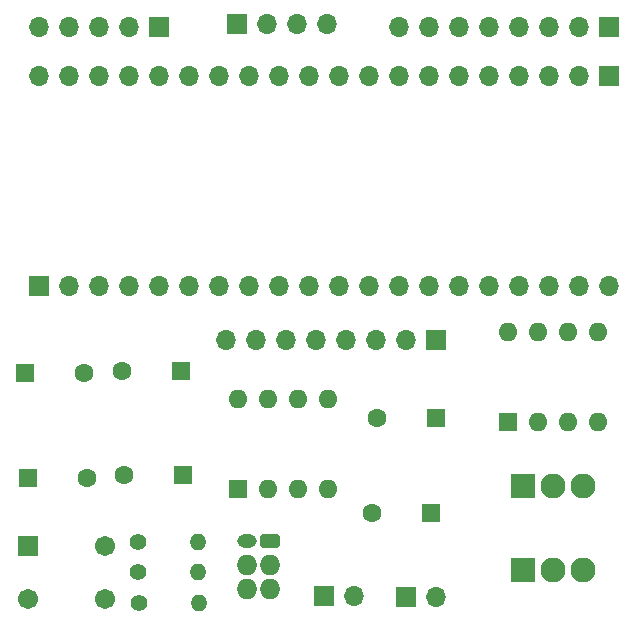
<source format=gbr>
%TF.GenerationSoftware,KiCad,Pcbnew,7.0.7*%
%TF.CreationDate,2023-11-13T10:05:51-05:00*%
%TF.ProjectId,Capstone-board-car,43617073-746f-46e6-952d-626f6172642d,rev?*%
%TF.SameCoordinates,Original*%
%TF.FileFunction,Soldermask,Top*%
%TF.FilePolarity,Negative*%
%FSLAX46Y46*%
G04 Gerber Fmt 4.6, Leading zero omitted, Abs format (unit mm)*
G04 Created by KiCad (PCBNEW 7.0.7) date 2023-11-13 10:05:51*
%MOMM*%
%LPD*%
G01*
G04 APERTURE LIST*
G04 Aperture macros list*
%AMRoundRect*
0 Rectangle with rounded corners*
0 $1 Rounding radius*
0 $2 $3 $4 $5 $6 $7 $8 $9 X,Y pos of 4 corners*
0 Add a 4 corners polygon primitive as box body*
4,1,4,$2,$3,$4,$5,$6,$7,$8,$9,$2,$3,0*
0 Add four circle primitives for the rounded corners*
1,1,$1+$1,$2,$3*
1,1,$1+$1,$4,$5*
1,1,$1+$1,$6,$7*
1,1,$1+$1,$8,$9*
0 Add four rect primitives between the rounded corners*
20,1,$1+$1,$2,$3,$4,$5,0*
20,1,$1+$1,$4,$5,$6,$7,0*
20,1,$1+$1,$6,$7,$8,$9,0*
20,1,$1+$1,$8,$9,$2,$3,0*%
G04 Aperture macros list end*
%ADD10R,1.600000X1.600000*%
%ADD11O,1.600000X1.600000*%
%ADD12O,1.750000X1.750000*%
%ADD13O,1.650000X1.200000*%
%ADD14RoundRect,0.250000X-0.575000X0.350000X-0.575000X-0.350000X0.575000X-0.350000X0.575000X0.350000X0*%
%ADD15O,1.700000X1.700000*%
%ADD16R,1.700000X1.700000*%
%ADD17C,2.114000*%
%ADD18RoundRect,0.102000X-0.955000X-0.955000X0.955000X-0.955000X0.955000X0.955000X-0.955000X0.955000X0*%
%ADD19C,1.600000*%
%ADD20C,1.400000*%
%ADD21O,1.400000X1.400000*%
%ADD22RoundRect,0.102000X-0.754000X-0.754000X0.754000X-0.754000X0.754000X0.754000X-0.754000X0.754000X0*%
%ADD23C,1.712000*%
G04 APERTURE END LIST*
D10*
%TO.C,U1*%
X56190000Y-112960000D03*
D11*
X58730000Y-112960000D03*
X61270000Y-112960000D03*
X63810000Y-112960000D03*
X63810000Y-105340000D03*
X61270000Y-105340000D03*
X58730000Y-105340000D03*
X56190000Y-105340000D03*
%TD*%
D12*
%TO.C,BT1*%
X56960000Y-121360000D03*
X58960000Y-121360000D03*
X56960000Y-119360000D03*
X58960000Y-119360000D03*
D13*
X56960000Y-117360000D03*
D14*
X58960000Y-117360000D03*
%TD*%
D10*
%TO.C,U2*%
X79030000Y-107260000D03*
D11*
X81570000Y-107260000D03*
X84110000Y-107260000D03*
X86650000Y-107260000D03*
X86650000Y-99640000D03*
X84110000Y-99640000D03*
X81570000Y-99640000D03*
X79030000Y-99640000D03*
%TD*%
D15*
%TO.C,J7*%
X39390000Y-73845000D03*
X41930000Y-73845000D03*
X44470000Y-73845000D03*
X47010000Y-73845000D03*
D16*
X49550000Y-73845000D03*
%TD*%
D17*
%TO.C,U3*%
X85450000Y-119808000D03*
X82900000Y-119808000D03*
D18*
X80350000Y-119808000D03*
%TD*%
D15*
%TO.C,J1*%
X39370000Y-77978000D03*
X41910000Y-77978000D03*
X44450000Y-77978000D03*
X46990000Y-77978000D03*
X49530000Y-77978000D03*
X52070000Y-77978000D03*
X54610000Y-77978000D03*
X57150000Y-77978000D03*
X59690000Y-77978000D03*
X62230000Y-77978000D03*
X64770000Y-77978000D03*
X67310000Y-77978000D03*
X69850000Y-77978000D03*
X72390000Y-77978000D03*
X74930000Y-77978000D03*
X77470000Y-77978000D03*
X80010000Y-77978000D03*
X82550000Y-77978000D03*
X85090000Y-77978000D03*
D16*
X87630000Y-77978000D03*
%TD*%
D19*
%TO.C,C5*%
X43140000Y-103124000D03*
D10*
X38140000Y-103124000D03*
%TD*%
D20*
%TO.C,R1*%
X47768000Y-119974000D03*
D21*
X52848000Y-119974000D03*
%TD*%
D19*
%TO.C,C6*%
X67540000Y-114970000D03*
D10*
X72540000Y-114970000D03*
%TD*%
D21*
%TO.C,R2*%
X52840000Y-117450000D03*
D20*
X47760000Y-117450000D03*
%TD*%
D21*
%TO.C,R3*%
X52888000Y-122564000D03*
D20*
X47808000Y-122564000D03*
%TD*%
D15*
%TO.C,BT2*%
X73000000Y-122050000D03*
D16*
X70460000Y-122050000D03*
%TD*%
D22*
%TO.C,S1*%
X38420000Y-117730000D03*
D23*
X44920000Y-117730000D03*
X38420000Y-122230000D03*
X44920000Y-122230000D03*
%TD*%
D10*
%TO.C,C2*%
X51410000Y-102910000D03*
D19*
X46410000Y-102910000D03*
%TD*%
D16*
%TO.C,J4*%
X87640000Y-73820000D03*
D15*
X85100000Y-73820000D03*
X82560000Y-73820000D03*
X80020000Y-73820000D03*
X77480000Y-73820000D03*
X74940000Y-73820000D03*
X72400000Y-73820000D03*
X69860000Y-73820000D03*
%TD*%
D17*
%TO.C,U4*%
X85460000Y-112658000D03*
X82910000Y-112658000D03*
D18*
X80360000Y-112658000D03*
%TD*%
D19*
%TO.C,C1*%
X43434000Y-112014000D03*
D10*
X38434000Y-112014000D03*
%TD*%
D16*
%TO.C,J5*%
X63465000Y-121990000D03*
D15*
X66005000Y-121990000D03*
%TD*%
D19*
%TO.C,C4*%
X67980000Y-106900000D03*
D10*
X72980000Y-106900000D03*
%TD*%
D16*
%TO.C,J3*%
X56160000Y-73590000D03*
D15*
X58700000Y-73590000D03*
X61240000Y-73590000D03*
X63780000Y-73590000D03*
%TD*%
D16*
%TO.C,J2*%
X39370000Y-95758000D03*
D15*
X41910000Y-95758000D03*
X44450000Y-95758000D03*
X46990000Y-95758000D03*
X49530000Y-95758000D03*
X52070000Y-95758000D03*
X54610000Y-95758000D03*
X57150000Y-95758000D03*
X59690000Y-95758000D03*
X62230000Y-95758000D03*
X64770000Y-95758000D03*
X67310000Y-95758000D03*
X69850000Y-95758000D03*
X72390000Y-95758000D03*
X74930000Y-95758000D03*
X77470000Y-95758000D03*
X80010000Y-95758000D03*
X82550000Y-95758000D03*
X85090000Y-95758000D03*
X87630000Y-95758000D03*
%TD*%
D16*
%TO.C,J6*%
X72950000Y-100280000D03*
D15*
X70410000Y-100280000D03*
X67870000Y-100280000D03*
X65330000Y-100280000D03*
X62790000Y-100280000D03*
X60250000Y-100280000D03*
X57710000Y-100280000D03*
X55170000Y-100280000D03*
%TD*%
D19*
%TO.C,C3*%
X46590000Y-111720000D03*
D10*
X51590000Y-111720000D03*
%TD*%
M02*

</source>
